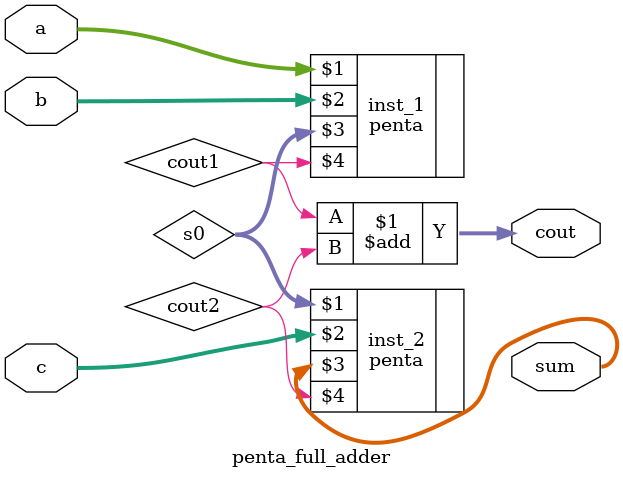
<source format=v>
module penta_full_adder (
     input [2:0] a, b, c,
	 output [2:0] sum, 
	 output [1:0] cout
	 );
	 wire [2:0] s0;
	 wire cout1, cout2;
	 
	 penta inst_1 (a, b, s0, cout1);
	 penta inst_2 (s0, c, sum, cout2);
	 
	 assign cout = cout1 + cout2;
	 
	endmodule
</source>
